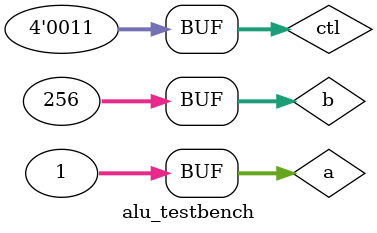
<source format=v>
module alu_testbench ();
  reg   [31:0] a, b;
  reg   [3:0]  ctl;
  wire  [31:0] out;

  alu ALU(ctl, a, b, out);

  initial begin
    a = 32'h0000_0001;
    b = 32'h0000_0100;
    ctl = 4'h0;
    #100 ctl = 4'h1;
    #100 ctl = 4'h2;
    #100 ctl = 4'h3;
  end
endmodule

</source>
